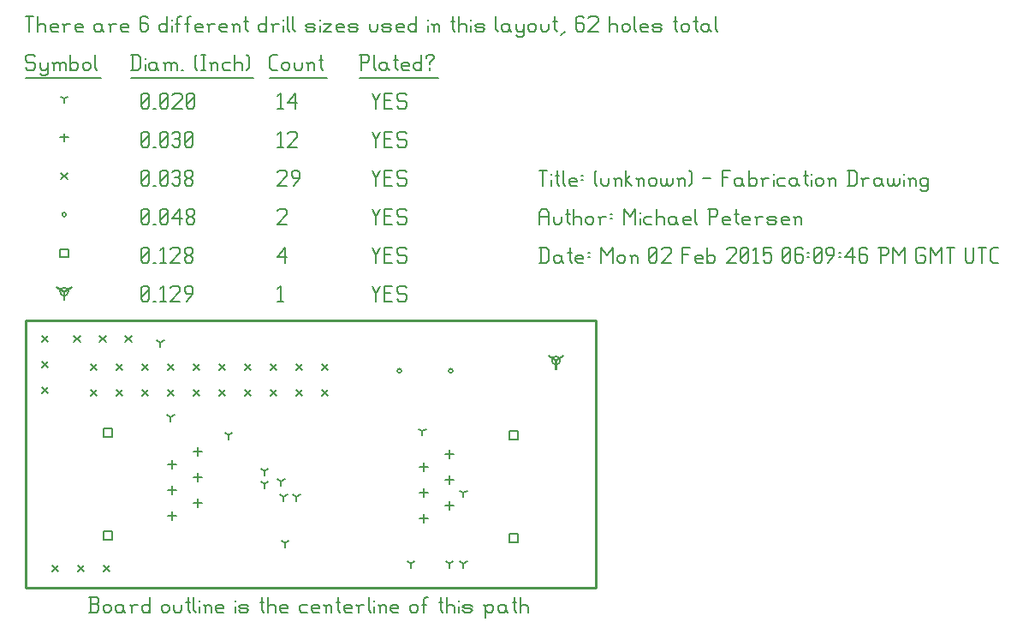
<source format=gbr>
G04 start of page 12 for group -3984 idx -3984 *
G04 Title: (unknown), fab *
G04 Creator: pcb 20110918 *
G04 CreationDate: Mon 02 Feb 2015 06:09:46 PM GMT UTC *
G04 For: railfan *
G04 Format: Gerber/RS-274X *
G04 PCB-Dimensions: 222000 104000 *
G04 PCB-Coordinate-Origin: lower left *
%MOIN*%
%FSLAX25Y25*%
%LNFAB*%
%ADD87C,0.0100*%
%ADD86C,0.0075*%
%ADD85C,0.0060*%
%ADD84C,0.0001*%
%ADD83R,0.0080X0.0080*%
G54D83*X206500Y88500D02*Y85300D01*
G54D84*G36*
X205954Y88647D02*X209420Y90646D01*
X209820Y89953D01*
X206353Y87954D01*
X205954Y88647D01*
G37*
G36*
X206647Y87954D02*X203180Y89953D01*
X203580Y90646D01*
X207046Y88647D01*
X206647Y87954D01*
G37*
G54D83*X204900Y88500D02*G75*G03X208100Y88500I1600J0D01*G01*
G75*G03X204900Y88500I-1600J0D01*G01*
X15000Y115250D02*Y112050D01*
G54D84*G36*
X14454Y115397D02*X17920Y117396D01*
X18320Y116703D01*
X14853Y114704D01*
X14454Y115397D01*
G37*
G36*
X15147Y114704D02*X11680Y116703D01*
X12080Y117396D01*
X15546Y115397D01*
X15147Y114704D01*
G37*
G54D83*X13400Y115250D02*G75*G03X16600Y115250I1600J0D01*G01*
G75*G03X13400Y115250I-1600J0D01*G01*
G54D85*X135000Y117500D02*X136500Y114500D01*
X138000Y117500D01*
X136500Y114500D02*Y111500D01*
X139800Y114800D02*X142050D01*
X139800Y111500D02*X142800D01*
X139800Y117500D02*Y111500D01*
Y117500D02*X142800D01*
X147600D02*X148350Y116750D01*
X145350Y117500D02*X147600D01*
X144600Y116750D02*X145350Y117500D01*
X144600Y116750D02*Y115250D01*
X145350Y114500D01*
X147600D01*
X148350Y113750D01*
Y112250D01*
X147600Y111500D02*X148350Y112250D01*
X145350Y111500D02*X147600D01*
X144600Y112250D02*X145350Y111500D01*
X98000Y116300D02*X99200Y117500D01*
Y111500D01*
X98000D02*X100250D01*
X45000Y112250D02*X45750Y111500D01*
X45000Y116750D02*Y112250D01*
Y116750D02*X45750Y117500D01*
X47250D01*
X48000Y116750D01*
Y112250D01*
X47250Y111500D02*X48000Y112250D01*
X45750Y111500D02*X47250D01*
X45000Y113000D02*X48000Y116000D01*
X49800Y111500D02*X50550D01*
X52350Y116300D02*X53550Y117500D01*
Y111500D01*
X52350D02*X54600D01*
X56400Y116750D02*X57150Y117500D01*
X59400D01*
X60150Y116750D01*
Y115250D01*
X56400Y111500D02*X60150Y115250D01*
X56400Y111500D02*X60150D01*
X62700D02*X64950Y114500D01*
Y116750D02*Y114500D01*
X64200Y117500D02*X64950Y116750D01*
X62700Y117500D02*X64200D01*
X61950Y116750D02*X62700Y117500D01*
X61950Y116750D02*Y115250D01*
X62700Y114500D01*
X64950D01*
X188325Y21100D02*X191525D01*
X188325D02*Y17900D01*
X191525D01*
Y21100D02*Y17900D01*
X188325Y61100D02*X191525D01*
X188325D02*Y57900D01*
X191525D01*
Y61100D02*Y57900D01*
X30400Y62100D02*X33600D01*
X30400D02*Y58900D01*
X33600D01*
Y62100D02*Y58900D01*
X30400Y22100D02*X33600D01*
X30400D02*Y18900D01*
X33600D01*
Y22100D02*Y18900D01*
X13400Y131850D02*X16600D01*
X13400D02*Y128650D01*
X16600D01*
Y131850D02*Y128650D01*
X135000Y132500D02*X136500Y129500D01*
X138000Y132500D01*
X136500Y129500D02*Y126500D01*
X139800Y129800D02*X142050D01*
X139800Y126500D02*X142800D01*
X139800Y132500D02*Y126500D01*
Y132500D02*X142800D01*
X147600D02*X148350Y131750D01*
X145350Y132500D02*X147600D01*
X144600Y131750D02*X145350Y132500D01*
X144600Y131750D02*Y130250D01*
X145350Y129500D01*
X147600D01*
X148350Y128750D01*
Y127250D01*
X147600Y126500D02*X148350Y127250D01*
X145350Y126500D02*X147600D01*
X144600Y127250D02*X145350Y126500D01*
X98000Y128750D02*X101000Y132500D01*
X98000Y128750D02*X101750D01*
X101000Y132500D02*Y126500D01*
X45000Y127250D02*X45750Y126500D01*
X45000Y131750D02*Y127250D01*
Y131750D02*X45750Y132500D01*
X47250D01*
X48000Y131750D01*
Y127250D01*
X47250Y126500D02*X48000Y127250D01*
X45750Y126500D02*X47250D01*
X45000Y128000D02*X48000Y131000D01*
X49800Y126500D02*X50550D01*
X52350Y131300D02*X53550Y132500D01*
Y126500D01*
X52350D02*X54600D01*
X56400Y131750D02*X57150Y132500D01*
X59400D01*
X60150Y131750D01*
Y130250D01*
X56400Y126500D02*X60150Y130250D01*
X56400Y126500D02*X60150D01*
X61950Y127250D02*X62700Y126500D01*
X61950Y128450D02*Y127250D01*
Y128450D02*X63000Y129500D01*
X63900D01*
X64950Y128450D01*
Y127250D01*
X64200Y126500D02*X64950Y127250D01*
X62700Y126500D02*X64200D01*
X61950Y130550D02*X63000Y129500D01*
X61950Y131750D02*Y130550D01*
Y131750D02*X62700Y132500D01*
X64200D01*
X64950Y131750D01*
Y130550D01*
X63900Y129500D02*X64950Y130550D01*
X164700Y84500D02*G75*G03X166300Y84500I800J0D01*G01*
G75*G03X164700Y84500I-800J0D01*G01*
X144700D02*G75*G03X146300Y84500I800J0D01*G01*
G75*G03X144700Y84500I-800J0D01*G01*
X14200Y145250D02*G75*G03X15800Y145250I800J0D01*G01*
G75*G03X14200Y145250I-800J0D01*G01*
X135000Y147500D02*X136500Y144500D01*
X138000Y147500D01*
X136500Y144500D02*Y141500D01*
X139800Y144800D02*X142050D01*
X139800Y141500D02*X142800D01*
X139800Y147500D02*Y141500D01*
Y147500D02*X142800D01*
X147600D02*X148350Y146750D01*
X145350Y147500D02*X147600D01*
X144600Y146750D02*X145350Y147500D01*
X144600Y146750D02*Y145250D01*
X145350Y144500D01*
X147600D01*
X148350Y143750D01*
Y142250D01*
X147600Y141500D02*X148350Y142250D01*
X145350Y141500D02*X147600D01*
X144600Y142250D02*X145350Y141500D01*
X98000Y146750D02*X98750Y147500D01*
X101000D01*
X101750Y146750D01*
Y145250D01*
X98000Y141500D02*X101750Y145250D01*
X98000Y141500D02*X101750D01*
X45000Y142250D02*X45750Y141500D01*
X45000Y146750D02*Y142250D01*
Y146750D02*X45750Y147500D01*
X47250D01*
X48000Y146750D01*
Y142250D01*
X47250Y141500D02*X48000Y142250D01*
X45750Y141500D02*X47250D01*
X45000Y143000D02*X48000Y146000D01*
X49800Y141500D02*X50550D01*
X52350Y142250D02*X53100Y141500D01*
X52350Y146750D02*Y142250D01*
Y146750D02*X53100Y147500D01*
X54600D01*
X55350Y146750D01*
Y142250D01*
X54600Y141500D02*X55350Y142250D01*
X53100Y141500D02*X54600D01*
X52350Y143000D02*X55350Y146000D01*
X57150Y143750D02*X60150Y147500D01*
X57150Y143750D02*X60900D01*
X60150Y147500D02*Y141500D01*
X62700Y142250D02*X63450Y141500D01*
X62700Y143450D02*Y142250D01*
Y143450D02*X63750Y144500D01*
X64650D01*
X65700Y143450D01*
Y142250D01*
X64950Y141500D02*X65700Y142250D01*
X63450Y141500D02*X64950D01*
X62700Y145550D02*X63750Y144500D01*
X62700Y146750D02*Y145550D01*
Y146750D02*X63450Y147500D01*
X64950D01*
X65700Y146750D01*
Y145550D01*
X64650Y144500D02*X65700Y145550D01*
X25300Y77200D02*X27700Y74800D01*
X25300D02*X27700Y77200D01*
X35300D02*X37700Y74800D01*
X35300D02*X37700Y77200D01*
X45300D02*X47700Y74800D01*
X45300D02*X47700Y77200D01*
X55300D02*X57700Y74800D01*
X55300D02*X57700Y77200D01*
X65300D02*X67700Y74800D01*
X65300D02*X67700Y77200D01*
X75300D02*X77700Y74800D01*
X75300D02*X77700Y77200D01*
X85300D02*X87700Y74800D01*
X85300D02*X87700Y77200D01*
X95300D02*X97700Y74800D01*
X95300D02*X97700Y77200D01*
X105300D02*X107700Y74800D01*
X105300D02*X107700Y77200D01*
X115300D02*X117700Y74800D01*
X115300D02*X117700Y77200D01*
X25300Y87200D02*X27700Y84800D01*
X25300D02*X27700Y87200D01*
X35300D02*X37700Y84800D01*
X35300D02*X37700Y87200D01*
X45300D02*X47700Y84800D01*
X45300D02*X47700Y87200D01*
X55300D02*X57700Y84800D01*
X55300D02*X57700Y87200D01*
X65300D02*X67700Y84800D01*
X65300D02*X67700Y87200D01*
X75300D02*X77700Y84800D01*
X75300D02*X77700Y87200D01*
X85300D02*X87700Y84800D01*
X85300D02*X87700Y87200D01*
X95300D02*X97700Y84800D01*
X95300D02*X97700Y87200D01*
X105300D02*X107700Y84800D01*
X105300D02*X107700Y87200D01*
X115300D02*X117700Y84800D01*
X115300D02*X117700Y87200D01*
X38800Y98200D02*X41200Y95800D01*
X38800D02*X41200Y98200D01*
X28800D02*X31200Y95800D01*
X28800D02*X31200Y98200D01*
X18800D02*X21200Y95800D01*
X18800D02*X21200Y98200D01*
X6300Y78200D02*X8700Y75800D01*
X6300D02*X8700Y78200D01*
X6300Y88200D02*X8700Y85800D01*
X6300D02*X8700Y88200D01*
X6300Y98200D02*X8700Y95800D01*
X6300D02*X8700Y98200D01*
X10300Y8700D02*X12700Y6300D01*
X10300D02*X12700Y8700D01*
X20300D02*X22700Y6300D01*
X20300D02*X22700Y8700D01*
X30300D02*X32700Y6300D01*
X30300D02*X32700Y8700D01*
X13800Y161450D02*X16200Y159050D01*
X13800D02*X16200Y161450D01*
X135000Y162500D02*X136500Y159500D01*
X138000Y162500D01*
X136500Y159500D02*Y156500D01*
X139800Y159800D02*X142050D01*
X139800Y156500D02*X142800D01*
X139800Y162500D02*Y156500D01*
Y162500D02*X142800D01*
X147600D02*X148350Y161750D01*
X145350Y162500D02*X147600D01*
X144600Y161750D02*X145350Y162500D01*
X144600Y161750D02*Y160250D01*
X145350Y159500D01*
X147600D01*
X148350Y158750D01*
Y157250D01*
X147600Y156500D02*X148350Y157250D01*
X145350Y156500D02*X147600D01*
X144600Y157250D02*X145350Y156500D01*
X98000Y161750D02*X98750Y162500D01*
X101000D01*
X101750Y161750D01*
Y160250D01*
X98000Y156500D02*X101750Y160250D01*
X98000Y156500D02*X101750D01*
X104300D02*X106550Y159500D01*
Y161750D02*Y159500D01*
X105800Y162500D02*X106550Y161750D01*
X104300Y162500D02*X105800D01*
X103550Y161750D02*X104300Y162500D01*
X103550Y161750D02*Y160250D01*
X104300Y159500D01*
X106550D01*
X45000Y157250D02*X45750Y156500D01*
X45000Y161750D02*Y157250D01*
Y161750D02*X45750Y162500D01*
X47250D01*
X48000Y161750D01*
Y157250D01*
X47250Y156500D02*X48000Y157250D01*
X45750Y156500D02*X47250D01*
X45000Y158000D02*X48000Y161000D01*
X49800Y156500D02*X50550D01*
X52350Y157250D02*X53100Y156500D01*
X52350Y161750D02*Y157250D01*
Y161750D02*X53100Y162500D01*
X54600D01*
X55350Y161750D01*
Y157250D01*
X54600Y156500D02*X55350Y157250D01*
X53100Y156500D02*X54600D01*
X52350Y158000D02*X55350Y161000D01*
X57150Y161750D02*X57900Y162500D01*
X59400D01*
X60150Y161750D01*
X59400Y156500D02*X60150Y157250D01*
X57900Y156500D02*X59400D01*
X57150Y157250D02*X57900Y156500D01*
Y159800D02*X59400D01*
X60150Y161750D02*Y160550D01*
Y159050D02*Y157250D01*
Y159050D02*X59400Y159800D01*
X60150Y160550D02*X59400Y159800D01*
X61950Y157250D02*X62700Y156500D01*
X61950Y158450D02*Y157250D01*
Y158450D02*X63000Y159500D01*
X63900D01*
X64950Y158450D01*
Y157250D01*
X64200Y156500D02*X64950Y157250D01*
X62700Y156500D02*X64200D01*
X61950Y160550D02*X63000Y159500D01*
X61950Y161750D02*Y160550D01*
Y161750D02*X62700Y162500D01*
X64200D01*
X64950Y161750D01*
Y160550D01*
X63900Y159500D02*X64950Y160550D01*
X154925Y28600D02*Y25400D01*
X153325Y27000D02*X156525D01*
X164925Y33600D02*Y30400D01*
X163325Y32000D02*X166525D01*
X154925Y38600D02*Y35400D01*
X153325Y37000D02*X156525D01*
X164925Y43600D02*Y40400D01*
X163325Y42000D02*X166525D01*
X154925Y48600D02*Y45400D01*
X153325Y47000D02*X156525D01*
X164925Y53600D02*Y50400D01*
X163325Y52000D02*X166525D01*
X67000Y54600D02*Y51400D01*
X65400Y53000D02*X68600D01*
X57000Y49600D02*Y46400D01*
X55400Y48000D02*X58600D01*
X67000Y44600D02*Y41400D01*
X65400Y43000D02*X68600D01*
X57000Y39600D02*Y36400D01*
X55400Y38000D02*X58600D01*
X67000Y34600D02*Y31400D01*
X65400Y33000D02*X68600D01*
X57000Y29600D02*Y26400D01*
X55400Y28000D02*X58600D01*
X15000Y176850D02*Y173650D01*
X13400Y175250D02*X16600D01*
X135000Y177500D02*X136500Y174500D01*
X138000Y177500D01*
X136500Y174500D02*Y171500D01*
X139800Y174800D02*X142050D01*
X139800Y171500D02*X142800D01*
X139800Y177500D02*Y171500D01*
Y177500D02*X142800D01*
X147600D02*X148350Y176750D01*
X145350Y177500D02*X147600D01*
X144600Y176750D02*X145350Y177500D01*
X144600Y176750D02*Y175250D01*
X145350Y174500D01*
X147600D01*
X148350Y173750D01*
Y172250D01*
X147600Y171500D02*X148350Y172250D01*
X145350Y171500D02*X147600D01*
X144600Y172250D02*X145350Y171500D01*
X98000Y176300D02*X99200Y177500D01*
Y171500D01*
X98000D02*X100250D01*
X102050Y176750D02*X102800Y177500D01*
X105050D01*
X105800Y176750D01*
Y175250D01*
X102050Y171500D02*X105800Y175250D01*
X102050Y171500D02*X105800D01*
X45000Y172250D02*X45750Y171500D01*
X45000Y176750D02*Y172250D01*
Y176750D02*X45750Y177500D01*
X47250D01*
X48000Y176750D01*
Y172250D01*
X47250Y171500D02*X48000Y172250D01*
X45750Y171500D02*X47250D01*
X45000Y173000D02*X48000Y176000D01*
X49800Y171500D02*X50550D01*
X52350Y172250D02*X53100Y171500D01*
X52350Y176750D02*Y172250D01*
Y176750D02*X53100Y177500D01*
X54600D01*
X55350Y176750D01*
Y172250D01*
X54600Y171500D02*X55350Y172250D01*
X53100Y171500D02*X54600D01*
X52350Y173000D02*X55350Y176000D01*
X57150Y176750D02*X57900Y177500D01*
X59400D01*
X60150Y176750D01*
X59400Y171500D02*X60150Y172250D01*
X57900Y171500D02*X59400D01*
X57150Y172250D02*X57900Y171500D01*
Y174800D02*X59400D01*
X60150Y176750D02*Y175550D01*
Y174050D02*Y172250D01*
Y174050D02*X59400Y174800D01*
X60150Y175550D02*X59400Y174800D01*
X61950Y172250D02*X62700Y171500D01*
X61950Y176750D02*Y172250D01*
Y176750D02*X62700Y177500D01*
X64200D01*
X64950Y176750D01*
Y172250D01*
X64200Y171500D02*X64950Y172250D01*
X62700Y171500D02*X64200D01*
X61950Y173000D02*X64950Y176000D01*
X154500Y61000D02*Y59400D01*
Y61000D02*X155887Y61800D01*
X154500Y61000D02*X153113Y61800D01*
X105500Y35500D02*Y33900D01*
Y35500D02*X106887Y36300D01*
X105500Y35500D02*X104113Y36300D01*
X101000Y17500D02*Y15900D01*
Y17500D02*X102387Y18300D01*
X101000Y17500D02*X99613Y18300D01*
X150000Y9500D02*Y7900D01*
Y9500D02*X151387Y10300D01*
X150000Y9500D02*X148613Y10300D01*
X52500Y95500D02*Y93900D01*
Y95500D02*X53887Y96300D01*
X52500Y95500D02*X51113Y96300D01*
X56500Y66500D02*Y64900D01*
Y66500D02*X57887Y67300D01*
X56500Y66500D02*X55113Y67300D01*
X100500Y35500D02*Y33900D01*
Y35500D02*X101887Y36300D01*
X100500Y35500D02*X99113Y36300D01*
X170500Y37000D02*Y35400D01*
Y37000D02*X171887Y37800D01*
X170500Y37000D02*X169113Y37800D01*
X165000Y9500D02*Y7900D01*
Y9500D02*X166387Y10300D01*
X165000Y9500D02*X163613Y10300D01*
X170500Y9500D02*Y7900D01*
Y9500D02*X171887Y10300D01*
X170500Y9500D02*X169113Y10300D01*
X99500Y41500D02*Y39900D01*
Y41500D02*X100887Y42300D01*
X99500Y41500D02*X98113Y42300D01*
X93000Y40500D02*Y38900D01*
Y40500D02*X94387Y41300D01*
X93000Y40500D02*X91613Y41300D01*
X93000Y45500D02*Y43900D01*
Y45500D02*X94387Y46300D01*
X93000Y45500D02*X91613Y46300D01*
X79000Y59500D02*Y57900D01*
Y59500D02*X80387Y60300D01*
X79000Y59500D02*X77613Y60300D01*
X15000Y190250D02*Y188650D01*
Y190250D02*X16387Y191050D01*
X15000Y190250D02*X13613Y191050D01*
X135000Y192500D02*X136500Y189500D01*
X138000Y192500D01*
X136500Y189500D02*Y186500D01*
X139800Y189800D02*X142050D01*
X139800Y186500D02*X142800D01*
X139800Y192500D02*Y186500D01*
Y192500D02*X142800D01*
X147600D02*X148350Y191750D01*
X145350Y192500D02*X147600D01*
X144600Y191750D02*X145350Y192500D01*
X144600Y191750D02*Y190250D01*
X145350Y189500D01*
X147600D01*
X148350Y188750D01*
Y187250D01*
X147600Y186500D02*X148350Y187250D01*
X145350Y186500D02*X147600D01*
X144600Y187250D02*X145350Y186500D01*
X98000Y191300D02*X99200Y192500D01*
Y186500D01*
X98000D02*X100250D01*
X102050Y188750D02*X105050Y192500D01*
X102050Y188750D02*X105800D01*
X105050Y192500D02*Y186500D01*
X45000Y187250D02*X45750Y186500D01*
X45000Y191750D02*Y187250D01*
Y191750D02*X45750Y192500D01*
X47250D01*
X48000Y191750D01*
Y187250D01*
X47250Y186500D02*X48000Y187250D01*
X45750Y186500D02*X47250D01*
X45000Y188000D02*X48000Y191000D01*
X49800Y186500D02*X50550D01*
X52350Y187250D02*X53100Y186500D01*
X52350Y191750D02*Y187250D01*
Y191750D02*X53100Y192500D01*
X54600D01*
X55350Y191750D01*
Y187250D01*
X54600Y186500D02*X55350Y187250D01*
X53100Y186500D02*X54600D01*
X52350Y188000D02*X55350Y191000D01*
X57150Y191750D02*X57900Y192500D01*
X60150D01*
X60900Y191750D01*
Y190250D01*
X57150Y186500D02*X60900Y190250D01*
X57150Y186500D02*X60900D01*
X62700Y187250D02*X63450Y186500D01*
X62700Y191750D02*Y187250D01*
Y191750D02*X63450Y192500D01*
X64950D01*
X65700Y191750D01*
Y187250D01*
X64950Y186500D02*X65700Y187250D01*
X63450Y186500D02*X64950D01*
X62700Y188000D02*X65700Y191000D01*
X3000Y207500D02*X3750Y206750D01*
X750Y207500D02*X3000D01*
X0Y206750D02*X750Y207500D01*
X0Y206750D02*Y205250D01*
X750Y204500D01*
X3000D01*
X3750Y203750D01*
Y202250D01*
X3000Y201500D02*X3750Y202250D01*
X750Y201500D02*X3000D01*
X0Y202250D02*X750Y201500D01*
X5550Y204500D02*Y202250D01*
X6300Y201500D01*
X8550Y204500D02*Y200000D01*
X7800Y199250D02*X8550Y200000D01*
X6300Y199250D02*X7800D01*
X5550Y200000D02*X6300Y199250D01*
Y201500D02*X7800D01*
X8550Y202250D01*
X11100Y203750D02*Y201500D01*
Y203750D02*X11850Y204500D01*
X12600D01*
X13350Y203750D01*
Y201500D01*
Y203750D02*X14100Y204500D01*
X14850D01*
X15600Y203750D01*
Y201500D01*
X10350Y204500D02*X11100Y203750D01*
X17400Y207500D02*Y201500D01*
Y202250D02*X18150Y201500D01*
X19650D01*
X20400Y202250D01*
Y203750D02*Y202250D01*
X19650Y204500D02*X20400Y203750D01*
X18150Y204500D02*X19650D01*
X17400Y203750D02*X18150Y204500D01*
X22200Y203750D02*Y202250D01*
Y203750D02*X22950Y204500D01*
X24450D01*
X25200Y203750D01*
Y202250D01*
X24450Y201500D02*X25200Y202250D01*
X22950Y201500D02*X24450D01*
X22200Y202250D02*X22950Y201500D01*
X27000Y207500D02*Y202250D01*
X27750Y201500D01*
X0Y198250D02*X29250D01*
X41750Y207500D02*Y201500D01*
X43700Y207500D02*X44750Y206450D01*
Y202550D01*
X43700Y201500D02*X44750Y202550D01*
X41000Y201500D02*X43700D01*
X41000Y207500D02*X43700D01*
G54D86*X46550Y206000D02*Y205850D01*
G54D85*Y203750D02*Y201500D01*
X50300Y204500D02*X51050Y203750D01*
X48800Y204500D02*X50300D01*
X48050Y203750D02*X48800Y204500D01*
X48050Y203750D02*Y202250D01*
X48800Y201500D01*
X51050Y204500D02*Y202250D01*
X51800Y201500D01*
X48800D02*X50300D01*
X51050Y202250D01*
X54350Y203750D02*Y201500D01*
Y203750D02*X55100Y204500D01*
X55850D01*
X56600Y203750D01*
Y201500D01*
Y203750D02*X57350Y204500D01*
X58100D01*
X58850Y203750D01*
Y201500D01*
X53600Y204500D02*X54350Y203750D01*
X60650Y201500D02*X61400D01*
X65900Y202250D02*X66650Y201500D01*
X65900Y206750D02*X66650Y207500D01*
X65900Y206750D02*Y202250D01*
X68450Y207500D02*X69950D01*
X69200D02*Y201500D01*
X68450D02*X69950D01*
X72500Y203750D02*Y201500D01*
Y203750D02*X73250Y204500D01*
X74000D01*
X74750Y203750D01*
Y201500D01*
X71750Y204500D02*X72500Y203750D01*
X77300Y204500D02*X79550D01*
X76550Y203750D02*X77300Y204500D01*
X76550Y203750D02*Y202250D01*
X77300Y201500D01*
X79550D01*
X81350Y207500D02*Y201500D01*
Y203750D02*X82100Y204500D01*
X83600D01*
X84350Y203750D01*
Y201500D01*
X86150Y207500D02*X86900Y206750D01*
Y202250D01*
X86150Y201500D02*X86900Y202250D01*
X41000Y198250D02*X88700D01*
X96050Y201500D02*X98000D01*
X95000Y202550D02*X96050Y201500D01*
X95000Y206450D02*Y202550D01*
Y206450D02*X96050Y207500D01*
X98000D01*
X99800Y203750D02*Y202250D01*
Y203750D02*X100550Y204500D01*
X102050D01*
X102800Y203750D01*
Y202250D01*
X102050Y201500D02*X102800Y202250D01*
X100550Y201500D02*X102050D01*
X99800Y202250D02*X100550Y201500D01*
X104600Y204500D02*Y202250D01*
X105350Y201500D01*
X106850D01*
X107600Y202250D01*
Y204500D02*Y202250D01*
X110150Y203750D02*Y201500D01*
Y203750D02*X110900Y204500D01*
X111650D01*
X112400Y203750D01*
Y201500D01*
X109400Y204500D02*X110150Y203750D01*
X114950Y207500D02*Y202250D01*
X115700Y201500D01*
X114200Y205250D02*X115700D01*
X95000Y198250D02*X117200D01*
X130750Y207500D02*Y201500D01*
X130000Y207500D02*X133000D01*
X133750Y206750D01*
Y205250D01*
X133000Y204500D02*X133750Y205250D01*
X130750Y204500D02*X133000D01*
X135550Y207500D02*Y202250D01*
X136300Y201500D01*
X140050Y204500D02*X140800Y203750D01*
X138550Y204500D02*X140050D01*
X137800Y203750D02*X138550Y204500D01*
X137800Y203750D02*Y202250D01*
X138550Y201500D01*
X140800Y204500D02*Y202250D01*
X141550Y201500D01*
X138550D02*X140050D01*
X140800Y202250D01*
X144100Y207500D02*Y202250D01*
X144850Y201500D01*
X143350Y205250D02*X144850D01*
X147100Y201500D02*X149350D01*
X146350Y202250D02*X147100Y201500D01*
X146350Y203750D02*Y202250D01*
Y203750D02*X147100Y204500D01*
X148600D01*
X149350Y203750D01*
X146350Y203000D02*X149350D01*
Y203750D02*Y203000D01*
X154150Y207500D02*Y201500D01*
X153400D02*X154150Y202250D01*
X151900Y201500D02*X153400D01*
X151150Y202250D02*X151900Y201500D01*
X151150Y203750D02*Y202250D01*
Y203750D02*X151900Y204500D01*
X153400D01*
X154150Y203750D01*
X157450Y204500D02*Y203750D01*
Y202250D02*Y201500D01*
X155950Y206750D02*Y206000D01*
Y206750D02*X156700Y207500D01*
X158200D01*
X158950Y206750D01*
Y206000D01*
X157450Y204500D02*X158950Y206000D01*
X130000Y198250D02*X160750D01*
X0Y222500D02*X3000D01*
X1500D02*Y216500D01*
X4800Y222500D02*Y216500D01*
Y218750D02*X5550Y219500D01*
X7050D01*
X7800Y218750D01*
Y216500D01*
X10350D02*X12600D01*
X9600Y217250D02*X10350Y216500D01*
X9600Y218750D02*Y217250D01*
Y218750D02*X10350Y219500D01*
X11850D01*
X12600Y218750D01*
X9600Y218000D02*X12600D01*
Y218750D02*Y218000D01*
X15150Y218750D02*Y216500D01*
Y218750D02*X15900Y219500D01*
X17400D01*
X14400D02*X15150Y218750D01*
X19950Y216500D02*X22200D01*
X19200Y217250D02*X19950Y216500D01*
X19200Y218750D02*Y217250D01*
Y218750D02*X19950Y219500D01*
X21450D01*
X22200Y218750D01*
X19200Y218000D02*X22200D01*
Y218750D02*Y218000D01*
X28950Y219500D02*X29700Y218750D01*
X27450Y219500D02*X28950D01*
X26700Y218750D02*X27450Y219500D01*
X26700Y218750D02*Y217250D01*
X27450Y216500D01*
X29700Y219500D02*Y217250D01*
X30450Y216500D01*
X27450D02*X28950D01*
X29700Y217250D01*
X33000Y218750D02*Y216500D01*
Y218750D02*X33750Y219500D01*
X35250D01*
X32250D02*X33000Y218750D01*
X37800Y216500D02*X40050D01*
X37050Y217250D02*X37800Y216500D01*
X37050Y218750D02*Y217250D01*
Y218750D02*X37800Y219500D01*
X39300D01*
X40050Y218750D01*
X37050Y218000D02*X40050D01*
Y218750D02*Y218000D01*
X46800Y222500D02*X47550Y221750D01*
X45300Y222500D02*X46800D01*
X44550Y221750D02*X45300Y222500D01*
X44550Y221750D02*Y217250D01*
X45300Y216500D01*
X46800Y219800D02*X47550Y219050D01*
X44550Y219800D02*X46800D01*
X45300Y216500D02*X46800D01*
X47550Y217250D01*
Y219050D02*Y217250D01*
X55050Y222500D02*Y216500D01*
X54300D02*X55050Y217250D01*
X52800Y216500D02*X54300D01*
X52050Y217250D02*X52800Y216500D01*
X52050Y218750D02*Y217250D01*
Y218750D02*X52800Y219500D01*
X54300D01*
X55050Y218750D01*
G54D86*X56850Y221000D02*Y220850D01*
G54D85*Y218750D02*Y216500D01*
X59100Y221750D02*Y216500D01*
Y221750D02*X59850Y222500D01*
X60600D01*
X58350Y219500D02*X59850D01*
X62850Y221750D02*Y216500D01*
Y221750D02*X63600Y222500D01*
X64350D01*
X62100Y219500D02*X63600D01*
X66600Y216500D02*X68850D01*
X65850Y217250D02*X66600Y216500D01*
X65850Y218750D02*Y217250D01*
Y218750D02*X66600Y219500D01*
X68100D01*
X68850Y218750D01*
X65850Y218000D02*X68850D01*
Y218750D02*Y218000D01*
X71400Y218750D02*Y216500D01*
Y218750D02*X72150Y219500D01*
X73650D01*
X70650D02*X71400Y218750D01*
X76200Y216500D02*X78450D01*
X75450Y217250D02*X76200Y216500D01*
X75450Y218750D02*Y217250D01*
Y218750D02*X76200Y219500D01*
X77700D01*
X78450Y218750D01*
X75450Y218000D02*X78450D01*
Y218750D02*Y218000D01*
X81000Y218750D02*Y216500D01*
Y218750D02*X81750Y219500D01*
X82500D01*
X83250Y218750D01*
Y216500D01*
X80250Y219500D02*X81000Y218750D01*
X85800Y222500D02*Y217250D01*
X86550Y216500D01*
X85050Y220250D02*X86550D01*
X93750Y222500D02*Y216500D01*
X93000D02*X93750Y217250D01*
X91500Y216500D02*X93000D01*
X90750Y217250D02*X91500Y216500D01*
X90750Y218750D02*Y217250D01*
Y218750D02*X91500Y219500D01*
X93000D01*
X93750Y218750D01*
X96300D02*Y216500D01*
Y218750D02*X97050Y219500D01*
X98550D01*
X95550D02*X96300Y218750D01*
G54D86*X100350Y221000D02*Y220850D01*
G54D85*Y218750D02*Y216500D01*
X101850Y222500D02*Y217250D01*
X102600Y216500D01*
X104100Y222500D02*Y217250D01*
X104850Y216500D01*
X109800D02*X112050D01*
X112800Y217250D01*
X112050Y218000D02*X112800Y217250D01*
X109800Y218000D02*X112050D01*
X109050Y218750D02*X109800Y218000D01*
X109050Y218750D02*X109800Y219500D01*
X112050D01*
X112800Y218750D01*
X109050Y217250D02*X109800Y216500D01*
G54D86*X114600Y221000D02*Y220850D01*
G54D85*Y218750D02*Y216500D01*
X116100Y219500D02*X119100D01*
X116100Y216500D02*X119100Y219500D01*
X116100Y216500D02*X119100D01*
X121650D02*X123900D01*
X120900Y217250D02*X121650Y216500D01*
X120900Y218750D02*Y217250D01*
Y218750D02*X121650Y219500D01*
X123150D01*
X123900Y218750D01*
X120900Y218000D02*X123900D01*
Y218750D02*Y218000D01*
X126450Y216500D02*X128700D01*
X129450Y217250D01*
X128700Y218000D02*X129450Y217250D01*
X126450Y218000D02*X128700D01*
X125700Y218750D02*X126450Y218000D01*
X125700Y218750D02*X126450Y219500D01*
X128700D01*
X129450Y218750D01*
X125700Y217250D02*X126450Y216500D01*
X133950Y219500D02*Y217250D01*
X134700Y216500D01*
X136200D01*
X136950Y217250D01*
Y219500D02*Y217250D01*
X139500Y216500D02*X141750D01*
X142500Y217250D01*
X141750Y218000D02*X142500Y217250D01*
X139500Y218000D02*X141750D01*
X138750Y218750D02*X139500Y218000D01*
X138750Y218750D02*X139500Y219500D01*
X141750D01*
X142500Y218750D01*
X138750Y217250D02*X139500Y216500D01*
X145050D02*X147300D01*
X144300Y217250D02*X145050Y216500D01*
X144300Y218750D02*Y217250D01*
Y218750D02*X145050Y219500D01*
X146550D01*
X147300Y218750D01*
X144300Y218000D02*X147300D01*
Y218750D02*Y218000D01*
X152100Y222500D02*Y216500D01*
X151350D02*X152100Y217250D01*
X149850Y216500D02*X151350D01*
X149100Y217250D02*X149850Y216500D01*
X149100Y218750D02*Y217250D01*
Y218750D02*X149850Y219500D01*
X151350D01*
X152100Y218750D01*
G54D86*X156600Y221000D02*Y220850D01*
G54D85*Y218750D02*Y216500D01*
X158850Y218750D02*Y216500D01*
Y218750D02*X159600Y219500D01*
X160350D01*
X161100Y218750D01*
Y216500D01*
X158100Y219500D02*X158850Y218750D01*
X166350Y222500D02*Y217250D01*
X167100Y216500D01*
X165600Y220250D02*X167100D01*
X168600Y222500D02*Y216500D01*
Y218750D02*X169350Y219500D01*
X170850D01*
X171600Y218750D01*
Y216500D01*
G54D86*X173400Y221000D02*Y220850D01*
G54D85*Y218750D02*Y216500D01*
X175650D02*X177900D01*
X178650Y217250D01*
X177900Y218000D02*X178650Y217250D01*
X175650Y218000D02*X177900D01*
X174900Y218750D02*X175650Y218000D01*
X174900Y218750D02*X175650Y219500D01*
X177900D01*
X178650Y218750D01*
X174900Y217250D02*X175650Y216500D01*
X183150Y222500D02*Y217250D01*
X183900Y216500D01*
X187650Y219500D02*X188400Y218750D01*
X186150Y219500D02*X187650D01*
X185400Y218750D02*X186150Y219500D01*
X185400Y218750D02*Y217250D01*
X186150Y216500D01*
X188400Y219500D02*Y217250D01*
X189150Y216500D01*
X186150D02*X187650D01*
X188400Y217250D01*
X190950Y219500D02*Y217250D01*
X191700Y216500D01*
X193950Y219500D02*Y215000D01*
X193200Y214250D02*X193950Y215000D01*
X191700Y214250D02*X193200D01*
X190950Y215000D02*X191700Y214250D01*
Y216500D02*X193200D01*
X193950Y217250D01*
X195750Y218750D02*Y217250D01*
Y218750D02*X196500Y219500D01*
X198000D01*
X198750Y218750D01*
Y217250D01*
X198000Y216500D02*X198750Y217250D01*
X196500Y216500D02*X198000D01*
X195750Y217250D02*X196500Y216500D01*
X200550Y219500D02*Y217250D01*
X201300Y216500D01*
X202800D01*
X203550Y217250D01*
Y219500D02*Y217250D01*
X206100Y222500D02*Y217250D01*
X206850Y216500D01*
X205350Y220250D02*X206850D01*
X208350Y215000D02*X209850Y216500D01*
X216600Y222500D02*X217350Y221750D01*
X215100Y222500D02*X216600D01*
X214350Y221750D02*X215100Y222500D01*
X214350Y221750D02*Y217250D01*
X215100Y216500D01*
X216600Y219800D02*X217350Y219050D01*
X214350Y219800D02*X216600D01*
X215100Y216500D02*X216600D01*
X217350Y217250D01*
Y219050D02*Y217250D01*
X219150Y221750D02*X219900Y222500D01*
X222150D01*
X222900Y221750D01*
Y220250D01*
X219150Y216500D02*X222900Y220250D01*
X219150Y216500D02*X222900D01*
X227400Y222500D02*Y216500D01*
Y218750D02*X228150Y219500D01*
X229650D01*
X230400Y218750D01*
Y216500D01*
X232200Y218750D02*Y217250D01*
Y218750D02*X232950Y219500D01*
X234450D01*
X235200Y218750D01*
Y217250D01*
X234450Y216500D02*X235200Y217250D01*
X232950Y216500D02*X234450D01*
X232200Y217250D02*X232950Y216500D01*
X237000Y222500D02*Y217250D01*
X237750Y216500D01*
X240000D02*X242250D01*
X239250Y217250D02*X240000Y216500D01*
X239250Y218750D02*Y217250D01*
Y218750D02*X240000Y219500D01*
X241500D01*
X242250Y218750D01*
X239250Y218000D02*X242250D01*
Y218750D02*Y218000D01*
X244800Y216500D02*X247050D01*
X247800Y217250D01*
X247050Y218000D02*X247800Y217250D01*
X244800Y218000D02*X247050D01*
X244050Y218750D02*X244800Y218000D01*
X244050Y218750D02*X244800Y219500D01*
X247050D01*
X247800Y218750D01*
X244050Y217250D02*X244800Y216500D01*
X253050Y222500D02*Y217250D01*
X253800Y216500D01*
X252300Y220250D02*X253800D01*
X255300Y218750D02*Y217250D01*
Y218750D02*X256050Y219500D01*
X257550D01*
X258300Y218750D01*
Y217250D01*
X257550Y216500D02*X258300Y217250D01*
X256050Y216500D02*X257550D01*
X255300Y217250D02*X256050Y216500D01*
X260850Y222500D02*Y217250D01*
X261600Y216500D01*
X260100Y220250D02*X261600D01*
X265350Y219500D02*X266100Y218750D01*
X263850Y219500D02*X265350D01*
X263100Y218750D02*X263850Y219500D01*
X263100Y218750D02*Y217250D01*
X263850Y216500D01*
X266100Y219500D02*Y217250D01*
X266850Y216500D01*
X263850D02*X265350D01*
X266100Y217250D01*
X268650Y222500D02*Y217250D01*
X269400Y216500D01*
G54D87*X0Y104000D02*X222000D01*
Y0D01*
X0D01*
Y104000D01*
G54D85*X24675Y-9500D02*X27675D01*
X28425Y-8750D01*
Y-6950D02*Y-8750D01*
X27675Y-6200D02*X28425Y-6950D01*
X25425Y-6200D02*X27675D01*
X25425Y-3500D02*Y-9500D01*
X24675Y-3500D02*X27675D01*
X28425Y-4250D01*
Y-5450D01*
X27675Y-6200D02*X28425Y-5450D01*
X30225Y-7250D02*Y-8750D01*
Y-7250D02*X30975Y-6500D01*
X32475D01*
X33225Y-7250D01*
Y-8750D01*
X32475Y-9500D02*X33225Y-8750D01*
X30975Y-9500D02*X32475D01*
X30225Y-8750D02*X30975Y-9500D01*
X37275Y-6500D02*X38025Y-7250D01*
X35775Y-6500D02*X37275D01*
X35025Y-7250D02*X35775Y-6500D01*
X35025Y-7250D02*Y-8750D01*
X35775Y-9500D01*
X38025Y-6500D02*Y-8750D01*
X38775Y-9500D01*
X35775D02*X37275D01*
X38025Y-8750D01*
X41325Y-7250D02*Y-9500D01*
Y-7250D02*X42075Y-6500D01*
X43575D01*
X40575D02*X41325Y-7250D01*
X48375Y-3500D02*Y-9500D01*
X47625D02*X48375Y-8750D01*
X46125Y-9500D02*X47625D01*
X45375Y-8750D02*X46125Y-9500D01*
X45375Y-7250D02*Y-8750D01*
Y-7250D02*X46125Y-6500D01*
X47625D01*
X48375Y-7250D01*
X52875D02*Y-8750D01*
Y-7250D02*X53625Y-6500D01*
X55125D01*
X55875Y-7250D01*
Y-8750D01*
X55125Y-9500D02*X55875Y-8750D01*
X53625Y-9500D02*X55125D01*
X52875Y-8750D02*X53625Y-9500D01*
X57675Y-6500D02*Y-8750D01*
X58425Y-9500D01*
X59925D01*
X60675Y-8750D01*
Y-6500D02*Y-8750D01*
X63225Y-3500D02*Y-8750D01*
X63975Y-9500D01*
X62475Y-5750D02*X63975D01*
X65475Y-3500D02*Y-8750D01*
X66225Y-9500D01*
G54D86*X67725Y-5000D02*Y-5150D01*
G54D85*Y-7250D02*Y-9500D01*
X69975Y-7250D02*Y-9500D01*
Y-7250D02*X70725Y-6500D01*
X71475D01*
X72225Y-7250D01*
Y-9500D01*
X69225Y-6500D02*X69975Y-7250D01*
X74775Y-9500D02*X77025D01*
X74025Y-8750D02*X74775Y-9500D01*
X74025Y-7250D02*Y-8750D01*
Y-7250D02*X74775Y-6500D01*
X76275D01*
X77025Y-7250D01*
X74025Y-8000D02*X77025D01*
Y-7250D02*Y-8000D01*
G54D86*X81525Y-5000D02*Y-5150D01*
G54D85*Y-7250D02*Y-9500D01*
X83775D02*X86025D01*
X86775Y-8750D01*
X86025Y-8000D02*X86775Y-8750D01*
X83775Y-8000D02*X86025D01*
X83025Y-7250D02*X83775Y-8000D01*
X83025Y-7250D02*X83775Y-6500D01*
X86025D01*
X86775Y-7250D01*
X83025Y-8750D02*X83775Y-9500D01*
X92025Y-3500D02*Y-8750D01*
X92775Y-9500D01*
X91275Y-5750D02*X92775D01*
X94275Y-3500D02*Y-9500D01*
Y-7250D02*X95025Y-6500D01*
X96525D01*
X97275Y-7250D01*
Y-9500D01*
X99825D02*X102075D01*
X99075Y-8750D02*X99825Y-9500D01*
X99075Y-7250D02*Y-8750D01*
Y-7250D02*X99825Y-6500D01*
X101325D01*
X102075Y-7250D01*
X99075Y-8000D02*X102075D01*
Y-7250D02*Y-8000D01*
X107325Y-6500D02*X109575D01*
X106575Y-7250D02*X107325Y-6500D01*
X106575Y-7250D02*Y-8750D01*
X107325Y-9500D01*
X109575D01*
X112125D02*X114375D01*
X111375Y-8750D02*X112125Y-9500D01*
X111375Y-7250D02*Y-8750D01*
Y-7250D02*X112125Y-6500D01*
X113625D01*
X114375Y-7250D01*
X111375Y-8000D02*X114375D01*
Y-7250D02*Y-8000D01*
X116925Y-7250D02*Y-9500D01*
Y-7250D02*X117675Y-6500D01*
X118425D01*
X119175Y-7250D01*
Y-9500D01*
X116175Y-6500D02*X116925Y-7250D01*
X121725Y-3500D02*Y-8750D01*
X122475Y-9500D01*
X120975Y-5750D02*X122475D01*
X124725Y-9500D02*X126975D01*
X123975Y-8750D02*X124725Y-9500D01*
X123975Y-7250D02*Y-8750D01*
Y-7250D02*X124725Y-6500D01*
X126225D01*
X126975Y-7250D01*
X123975Y-8000D02*X126975D01*
Y-7250D02*Y-8000D01*
X129525Y-7250D02*Y-9500D01*
Y-7250D02*X130275Y-6500D01*
X131775D01*
X128775D02*X129525Y-7250D01*
X133575Y-3500D02*Y-8750D01*
X134325Y-9500D01*
G54D86*X135825Y-5000D02*Y-5150D01*
G54D85*Y-7250D02*Y-9500D01*
X138075Y-7250D02*Y-9500D01*
Y-7250D02*X138825Y-6500D01*
X139575D01*
X140325Y-7250D01*
Y-9500D01*
X137325Y-6500D02*X138075Y-7250D01*
X142875Y-9500D02*X145125D01*
X142125Y-8750D02*X142875Y-9500D01*
X142125Y-7250D02*Y-8750D01*
Y-7250D02*X142875Y-6500D01*
X144375D01*
X145125Y-7250D01*
X142125Y-8000D02*X145125D01*
Y-7250D02*Y-8000D01*
X149625Y-7250D02*Y-8750D01*
Y-7250D02*X150375Y-6500D01*
X151875D01*
X152625Y-7250D01*
Y-8750D01*
X151875Y-9500D02*X152625Y-8750D01*
X150375Y-9500D02*X151875D01*
X149625Y-8750D02*X150375Y-9500D01*
X155175Y-4250D02*Y-9500D01*
Y-4250D02*X155925Y-3500D01*
X156675D01*
X154425Y-6500D02*X155925D01*
X161625Y-3500D02*Y-8750D01*
X162375Y-9500D01*
X160875Y-5750D02*X162375D01*
X163875Y-3500D02*Y-9500D01*
Y-7250D02*X164625Y-6500D01*
X166125D01*
X166875Y-7250D01*
Y-9500D01*
G54D86*X168675Y-5000D02*Y-5150D01*
G54D85*Y-7250D02*Y-9500D01*
X170925D02*X173175D01*
X173925Y-8750D01*
X173175Y-8000D02*X173925Y-8750D01*
X170925Y-8000D02*X173175D01*
X170175Y-7250D02*X170925Y-8000D01*
X170175Y-7250D02*X170925Y-6500D01*
X173175D01*
X173925Y-7250D01*
X170175Y-8750D02*X170925Y-9500D01*
X179175Y-7250D02*Y-11750D01*
X178425Y-6500D02*X179175Y-7250D01*
X179925Y-6500D01*
X181425D01*
X182175Y-7250D01*
Y-8750D01*
X181425Y-9500D02*X182175Y-8750D01*
X179925Y-9500D02*X181425D01*
X179175Y-8750D02*X179925Y-9500D01*
X186225Y-6500D02*X186975Y-7250D01*
X184725Y-6500D02*X186225D01*
X183975Y-7250D02*X184725Y-6500D01*
X183975Y-7250D02*Y-8750D01*
X184725Y-9500D01*
X186975Y-6500D02*Y-8750D01*
X187725Y-9500D01*
X184725D02*X186225D01*
X186975Y-8750D01*
X190275Y-3500D02*Y-8750D01*
X191025Y-9500D01*
X189525Y-5750D02*X191025D01*
X192525Y-3500D02*Y-9500D01*
Y-7250D02*X193275Y-6500D01*
X194775D01*
X195525Y-7250D01*
Y-9500D01*
X200750Y132500D02*Y126500D01*
X202700Y132500D02*X203750Y131450D01*
Y127550D01*
X202700Y126500D02*X203750Y127550D01*
X200000Y126500D02*X202700D01*
X200000Y132500D02*X202700D01*
X207800Y129500D02*X208550Y128750D01*
X206300Y129500D02*X207800D01*
X205550Y128750D02*X206300Y129500D01*
X205550Y128750D02*Y127250D01*
X206300Y126500D01*
X208550Y129500D02*Y127250D01*
X209300Y126500D01*
X206300D02*X207800D01*
X208550Y127250D01*
X211850Y132500D02*Y127250D01*
X212600Y126500D01*
X211100Y130250D02*X212600D01*
X214850Y126500D02*X217100D01*
X214100Y127250D02*X214850Y126500D01*
X214100Y128750D02*Y127250D01*
Y128750D02*X214850Y129500D01*
X216350D01*
X217100Y128750D01*
X214100Y128000D02*X217100D01*
Y128750D02*Y128000D01*
X218900Y130250D02*X219650D01*
X218900Y128750D02*X219650D01*
X224150Y132500D02*Y126500D01*
Y132500D02*X226400Y129500D01*
X228650Y132500D01*
Y126500D01*
X230450Y128750D02*Y127250D01*
Y128750D02*X231200Y129500D01*
X232700D01*
X233450Y128750D01*
Y127250D01*
X232700Y126500D02*X233450Y127250D01*
X231200Y126500D02*X232700D01*
X230450Y127250D02*X231200Y126500D01*
X236000Y128750D02*Y126500D01*
Y128750D02*X236750Y129500D01*
X237500D01*
X238250Y128750D01*
Y126500D01*
X235250Y129500D02*X236000Y128750D01*
X242750Y127250D02*X243500Y126500D01*
X242750Y131750D02*Y127250D01*
Y131750D02*X243500Y132500D01*
X245000D01*
X245750Y131750D01*
Y127250D01*
X245000Y126500D02*X245750Y127250D01*
X243500Y126500D02*X245000D01*
X242750Y128000D02*X245750Y131000D01*
X247550Y131750D02*X248300Y132500D01*
X250550D01*
X251300Y131750D01*
Y130250D01*
X247550Y126500D02*X251300Y130250D01*
X247550Y126500D02*X251300D01*
X255800Y132500D02*Y126500D01*
Y132500D02*X258800D01*
X255800Y129800D02*X258050D01*
X261350Y126500D02*X263600D01*
X260600Y127250D02*X261350Y126500D01*
X260600Y128750D02*Y127250D01*
Y128750D02*X261350Y129500D01*
X262850D01*
X263600Y128750D01*
X260600Y128000D02*X263600D01*
Y128750D02*Y128000D01*
X265400Y132500D02*Y126500D01*
Y127250D02*X266150Y126500D01*
X267650D01*
X268400Y127250D01*
Y128750D02*Y127250D01*
X267650Y129500D02*X268400Y128750D01*
X266150Y129500D02*X267650D01*
X265400Y128750D02*X266150Y129500D01*
X272900Y131750D02*X273650Y132500D01*
X275900D01*
X276650Y131750D01*
Y130250D01*
X272900Y126500D02*X276650Y130250D01*
X272900Y126500D02*X276650D01*
X278450Y127250D02*X279200Y126500D01*
X278450Y131750D02*Y127250D01*
Y131750D02*X279200Y132500D01*
X280700D01*
X281450Y131750D01*
Y127250D01*
X280700Y126500D02*X281450Y127250D01*
X279200Y126500D02*X280700D01*
X278450Y128000D02*X281450Y131000D01*
X283250Y131300D02*X284450Y132500D01*
Y126500D01*
X283250D02*X285500D01*
X287300Y132500D02*X290300D01*
X287300D02*Y129500D01*
X288050Y130250D01*
X289550D01*
X290300Y129500D01*
Y127250D01*
X289550Y126500D02*X290300Y127250D01*
X288050Y126500D02*X289550D01*
X287300Y127250D02*X288050Y126500D01*
X294800Y127250D02*X295550Y126500D01*
X294800Y131750D02*Y127250D01*
Y131750D02*X295550Y132500D01*
X297050D01*
X297800Y131750D01*
Y127250D01*
X297050Y126500D02*X297800Y127250D01*
X295550Y126500D02*X297050D01*
X294800Y128000D02*X297800Y131000D01*
X301850Y132500D02*X302600Y131750D01*
X300350Y132500D02*X301850D01*
X299600Y131750D02*X300350Y132500D01*
X299600Y131750D02*Y127250D01*
X300350Y126500D01*
X301850Y129800D02*X302600Y129050D01*
X299600Y129800D02*X301850D01*
X300350Y126500D02*X301850D01*
X302600Y127250D01*
Y129050D02*Y127250D01*
X304400Y130250D02*X305150D01*
X304400Y128750D02*X305150D01*
X306950Y127250D02*X307700Y126500D01*
X306950Y131750D02*Y127250D01*
Y131750D02*X307700Y132500D01*
X309200D01*
X309950Y131750D01*
Y127250D01*
X309200Y126500D02*X309950Y127250D01*
X307700Y126500D02*X309200D01*
X306950Y128000D02*X309950Y131000D01*
X312500Y126500D02*X314750Y129500D01*
Y131750D02*Y129500D01*
X314000Y132500D02*X314750Y131750D01*
X312500Y132500D02*X314000D01*
X311750Y131750D02*X312500Y132500D01*
X311750Y131750D02*Y130250D01*
X312500Y129500D01*
X314750D01*
X316550Y130250D02*X317300D01*
X316550Y128750D02*X317300D01*
X319100D02*X322100Y132500D01*
X319100Y128750D02*X322850D01*
X322100Y132500D02*Y126500D01*
X326900Y132500D02*X327650Y131750D01*
X325400Y132500D02*X326900D01*
X324650Y131750D02*X325400Y132500D01*
X324650Y131750D02*Y127250D01*
X325400Y126500D01*
X326900Y129800D02*X327650Y129050D01*
X324650Y129800D02*X326900D01*
X325400Y126500D02*X326900D01*
X327650Y127250D01*
Y129050D02*Y127250D01*
X332900Y132500D02*Y126500D01*
X332150Y132500D02*X335150D01*
X335900Y131750D01*
Y130250D01*
X335150Y129500D02*X335900Y130250D01*
X332900Y129500D02*X335150D01*
X337700Y132500D02*Y126500D01*
Y132500D02*X339950Y129500D01*
X342200Y132500D01*
Y126500D01*
X349700Y132500D02*X350450Y131750D01*
X347450Y132500D02*X349700D01*
X346700Y131750D02*X347450Y132500D01*
X346700Y131750D02*Y127250D01*
X347450Y126500D01*
X349700D01*
X350450Y127250D01*
Y128750D02*Y127250D01*
X349700Y129500D02*X350450Y128750D01*
X348200Y129500D02*X349700D01*
X352250Y132500D02*Y126500D01*
Y132500D02*X354500Y129500D01*
X356750Y132500D01*
Y126500D01*
X358550Y132500D02*X361550D01*
X360050D02*Y126500D01*
X366050Y132500D02*Y127250D01*
X366800Y126500D01*
X368300D01*
X369050Y127250D01*
Y132500D02*Y127250D01*
X370850Y132500D02*X373850D01*
X372350D02*Y126500D01*
X376700D02*X378650D01*
X375650Y127550D02*X376700Y126500D01*
X375650Y131450D02*Y127550D01*
Y131450D02*X376700Y132500D01*
X378650D01*
X200000Y146000D02*Y141500D01*
Y146000D02*X201050Y147500D01*
X202700D01*
X203750Y146000D01*
Y141500D01*
X200000Y144500D02*X203750D01*
X205550D02*Y142250D01*
X206300Y141500D01*
X207800D01*
X208550Y142250D01*
Y144500D02*Y142250D01*
X211100Y147500D02*Y142250D01*
X211850Y141500D01*
X210350Y145250D02*X211850D01*
X213350Y147500D02*Y141500D01*
Y143750D02*X214100Y144500D01*
X215600D01*
X216350Y143750D01*
Y141500D01*
X218150Y143750D02*Y142250D01*
Y143750D02*X218900Y144500D01*
X220400D01*
X221150Y143750D01*
Y142250D01*
X220400Y141500D02*X221150Y142250D01*
X218900Y141500D02*X220400D01*
X218150Y142250D02*X218900Y141500D01*
X223700Y143750D02*Y141500D01*
Y143750D02*X224450Y144500D01*
X225950D01*
X222950D02*X223700Y143750D01*
X227750Y145250D02*X228500D01*
X227750Y143750D02*X228500D01*
X233000Y147500D02*Y141500D01*
Y147500D02*X235250Y144500D01*
X237500Y147500D01*
Y141500D01*
G54D86*X239300Y146000D02*Y145850D01*
G54D85*Y143750D02*Y141500D01*
X241550Y144500D02*X243800D01*
X240800Y143750D02*X241550Y144500D01*
X240800Y143750D02*Y142250D01*
X241550Y141500D01*
X243800D01*
X245600Y147500D02*Y141500D01*
Y143750D02*X246350Y144500D01*
X247850D01*
X248600Y143750D01*
Y141500D01*
X252650Y144500D02*X253400Y143750D01*
X251150Y144500D02*X252650D01*
X250400Y143750D02*X251150Y144500D01*
X250400Y143750D02*Y142250D01*
X251150Y141500D01*
X253400Y144500D02*Y142250D01*
X254150Y141500D01*
X251150D02*X252650D01*
X253400Y142250D01*
X256700Y141500D02*X258950D01*
X255950Y142250D02*X256700Y141500D01*
X255950Y143750D02*Y142250D01*
Y143750D02*X256700Y144500D01*
X258200D01*
X258950Y143750D01*
X255950Y143000D02*X258950D01*
Y143750D02*Y143000D01*
X260750Y147500D02*Y142250D01*
X261500Y141500D01*
X266450Y147500D02*Y141500D01*
X265700Y147500D02*X268700D01*
X269450Y146750D01*
Y145250D01*
X268700Y144500D02*X269450Y145250D01*
X266450Y144500D02*X268700D01*
X272000Y141500D02*X274250D01*
X271250Y142250D02*X272000Y141500D01*
X271250Y143750D02*Y142250D01*
Y143750D02*X272000Y144500D01*
X273500D01*
X274250Y143750D01*
X271250Y143000D02*X274250D01*
Y143750D02*Y143000D01*
X276800Y147500D02*Y142250D01*
X277550Y141500D01*
X276050Y145250D02*X277550D01*
X279800Y141500D02*X282050D01*
X279050Y142250D02*X279800Y141500D01*
X279050Y143750D02*Y142250D01*
Y143750D02*X279800Y144500D01*
X281300D01*
X282050Y143750D01*
X279050Y143000D02*X282050D01*
Y143750D02*Y143000D01*
X284600Y143750D02*Y141500D01*
Y143750D02*X285350Y144500D01*
X286850D01*
X283850D02*X284600Y143750D01*
X289400Y141500D02*X291650D01*
X292400Y142250D01*
X291650Y143000D02*X292400Y142250D01*
X289400Y143000D02*X291650D01*
X288650Y143750D02*X289400Y143000D01*
X288650Y143750D02*X289400Y144500D01*
X291650D01*
X292400Y143750D01*
X288650Y142250D02*X289400Y141500D01*
X294950D02*X297200D01*
X294200Y142250D02*X294950Y141500D01*
X294200Y143750D02*Y142250D01*
Y143750D02*X294950Y144500D01*
X296450D01*
X297200Y143750D01*
X294200Y143000D02*X297200D01*
Y143750D02*Y143000D01*
X299750Y143750D02*Y141500D01*
Y143750D02*X300500Y144500D01*
X301250D01*
X302000Y143750D01*
Y141500D01*
X299000Y144500D02*X299750Y143750D01*
X200000Y162500D02*X203000D01*
X201500D02*Y156500D01*
G54D86*X204800Y161000D02*Y160850D01*
G54D85*Y158750D02*Y156500D01*
X207050Y162500D02*Y157250D01*
X207800Y156500D01*
X206300Y160250D02*X207800D01*
X209300Y162500D02*Y157250D01*
X210050Y156500D01*
X212300D02*X214550D01*
X211550Y157250D02*X212300Y156500D01*
X211550Y158750D02*Y157250D01*
Y158750D02*X212300Y159500D01*
X213800D01*
X214550Y158750D01*
X211550Y158000D02*X214550D01*
Y158750D02*Y158000D01*
X216350Y160250D02*X217100D01*
X216350Y158750D02*X217100D01*
X221600Y157250D02*X222350Y156500D01*
X221600Y161750D02*X222350Y162500D01*
X221600Y161750D02*Y157250D01*
X224150Y159500D02*Y157250D01*
X224900Y156500D01*
X226400D01*
X227150Y157250D01*
Y159500D02*Y157250D01*
X229700Y158750D02*Y156500D01*
Y158750D02*X230450Y159500D01*
X231200D01*
X231950Y158750D01*
Y156500D01*
X228950Y159500D02*X229700Y158750D01*
X233750Y162500D02*Y156500D01*
Y158750D02*X236000Y156500D01*
X233750Y158750D02*X235250Y160250D01*
X238550Y158750D02*Y156500D01*
Y158750D02*X239300Y159500D01*
X240050D01*
X240800Y158750D01*
Y156500D01*
X237800Y159500D02*X238550Y158750D01*
X242600D02*Y157250D01*
Y158750D02*X243350Y159500D01*
X244850D01*
X245600Y158750D01*
Y157250D01*
X244850Y156500D02*X245600Y157250D01*
X243350Y156500D02*X244850D01*
X242600Y157250D02*X243350Y156500D01*
X247400Y159500D02*Y157250D01*
X248150Y156500D01*
X248900D01*
X249650Y157250D01*
Y159500D02*Y157250D01*
X250400Y156500D01*
X251150D01*
X251900Y157250D01*
Y159500D02*Y157250D01*
X254450Y158750D02*Y156500D01*
Y158750D02*X255200Y159500D01*
X255950D01*
X256700Y158750D01*
Y156500D01*
X253700Y159500D02*X254450Y158750D01*
X258500Y162500D02*X259250Y161750D01*
Y157250D01*
X258500Y156500D02*X259250Y157250D01*
X263750Y159500D02*X266750D01*
X271250Y162500D02*Y156500D01*
Y162500D02*X274250D01*
X271250Y159800D02*X273500D01*
X278300Y159500D02*X279050Y158750D01*
X276800Y159500D02*X278300D01*
X276050Y158750D02*X276800Y159500D01*
X276050Y158750D02*Y157250D01*
X276800Y156500D01*
X279050Y159500D02*Y157250D01*
X279800Y156500D01*
X276800D02*X278300D01*
X279050Y157250D01*
X281600Y162500D02*Y156500D01*
Y157250D02*X282350Y156500D01*
X283850D01*
X284600Y157250D01*
Y158750D02*Y157250D01*
X283850Y159500D02*X284600Y158750D01*
X282350Y159500D02*X283850D01*
X281600Y158750D02*X282350Y159500D01*
X287150Y158750D02*Y156500D01*
Y158750D02*X287900Y159500D01*
X289400D01*
X286400D02*X287150Y158750D01*
G54D86*X291200Y161000D02*Y160850D01*
G54D85*Y158750D02*Y156500D01*
X293450Y159500D02*X295700D01*
X292700Y158750D02*X293450Y159500D01*
X292700Y158750D02*Y157250D01*
X293450Y156500D01*
X295700D01*
X299750Y159500D02*X300500Y158750D01*
X298250Y159500D02*X299750D01*
X297500Y158750D02*X298250Y159500D01*
X297500Y158750D02*Y157250D01*
X298250Y156500D01*
X300500Y159500D02*Y157250D01*
X301250Y156500D01*
X298250D02*X299750D01*
X300500Y157250D01*
X303800Y162500D02*Y157250D01*
X304550Y156500D01*
X303050Y160250D02*X304550D01*
G54D86*X306050Y161000D02*Y160850D01*
G54D85*Y158750D02*Y156500D01*
X307550Y158750D02*Y157250D01*
Y158750D02*X308300Y159500D01*
X309800D01*
X310550Y158750D01*
Y157250D01*
X309800Y156500D02*X310550Y157250D01*
X308300Y156500D02*X309800D01*
X307550Y157250D02*X308300Y156500D01*
X313100Y158750D02*Y156500D01*
Y158750D02*X313850Y159500D01*
X314600D01*
X315350Y158750D01*
Y156500D01*
X312350Y159500D02*X313100Y158750D01*
X320600Y162500D02*Y156500D01*
X322550Y162500D02*X323600Y161450D01*
Y157550D01*
X322550Y156500D02*X323600Y157550D01*
X319850Y156500D02*X322550D01*
X319850Y162500D02*X322550D01*
X326150Y158750D02*Y156500D01*
Y158750D02*X326900Y159500D01*
X328400D01*
X325400D02*X326150Y158750D01*
X332450Y159500D02*X333200Y158750D01*
X330950Y159500D02*X332450D01*
X330200Y158750D02*X330950Y159500D01*
X330200Y158750D02*Y157250D01*
X330950Y156500D01*
X333200Y159500D02*Y157250D01*
X333950Y156500D01*
X330950D02*X332450D01*
X333200Y157250D01*
X335750Y159500D02*Y157250D01*
X336500Y156500D01*
X337250D01*
X338000Y157250D01*
Y159500D02*Y157250D01*
X338750Y156500D01*
X339500D01*
X340250Y157250D01*
Y159500D02*Y157250D01*
G54D86*X342050Y161000D02*Y160850D01*
G54D85*Y158750D02*Y156500D01*
X344300Y158750D02*Y156500D01*
Y158750D02*X345050Y159500D01*
X345800D01*
X346550Y158750D01*
Y156500D01*
X343550Y159500D02*X344300Y158750D01*
X350600Y159500D02*X351350Y158750D01*
X349100Y159500D02*X350600D01*
X348350Y158750D02*X349100Y159500D01*
X348350Y158750D02*Y157250D01*
X349100Y156500D01*
X350600D01*
X351350Y157250D01*
X348350Y155000D02*X349100Y154250D01*
X350600D01*
X351350Y155000D01*
Y159500D02*Y155000D01*
M02*

</source>
